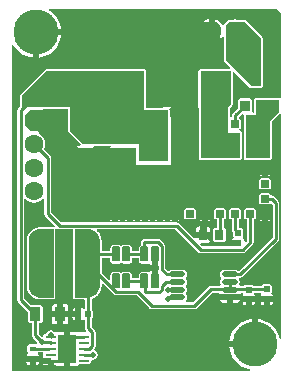
<source format=gtl>
G04 Layer_Physical_Order=1*
G04 Layer_Color=255*
%FSAX25Y25*%
%MOIN*%
G70*
G01*
G75*
%ADD10R,0.02047X0.01968*%
%ADD11R,0.02165X0.01772*%
%ADD12R,0.04724X0.03543*%
%ADD13R,0.03740X0.10236*%
%ADD14R,0.03740X0.09842*%
%ADD15R,0.03200X0.03600*%
%ADD16R,0.02756X0.03543*%
%ADD17R,0.03543X0.00984*%
%ADD18R,0.05866X0.09449*%
G04:AMPARAMS|DCode=19|XSize=25mil|YSize=50mil|CornerRadius=3.13mil|HoleSize=0mil|Usage=FLASHONLY|Rotation=180.000|XOffset=0mil|YOffset=0mil|HoleType=Round|Shape=RoundedRectangle|*
%AMROUNDEDRECTD19*
21,1,0.02500,0.04375,0,0,180.0*
21,1,0.01875,0.05000,0,0,180.0*
1,1,0.00625,-0.00937,0.02187*
1,1,0.00625,0.00937,0.02187*
1,1,0.00625,0.00937,-0.02187*
1,1,0.00625,-0.00937,-0.02187*
%
%ADD19ROUNDEDRECTD19*%
%ADD20R,0.02500X0.02500*%
%ADD21O,0.05315X0.01772*%
%ADD22R,0.03543X0.04724*%
%ADD23R,0.01968X0.02047*%
G04:AMPARAMS|DCode=24|XSize=82.68mil|YSize=228.35mil|CornerRadius=41.34mil|HoleSize=0mil|Usage=FLASHONLY|Rotation=0.000|XOffset=0mil|YOffset=0mil|HoleType=Round|Shape=RoundedRectangle|*
%AMROUNDEDRECTD24*
21,1,0.08268,0.14567,0,0,0.0*
21,1,0.00000,0.22835,0,0,0.0*
1,1,0.08268,0.00000,-0.07283*
1,1,0.08268,0.00000,-0.07283*
1,1,0.08268,0.00000,0.07283*
1,1,0.08268,0.00000,0.07283*
%
%ADD24ROUNDEDRECTD24*%
%ADD25C,0.01000*%
%ADD26C,0.06300*%
%ADD27C,0.15000*%
%ADD28C,0.02000*%
G36*
X0419878Y0376535D02*
Y0348193D01*
X0419378Y0347993D01*
X0419000Y0348149D01*
X0411500D01*
X0411041Y0347959D01*
X0410851Y0347500D01*
Y0343149D01*
X0410296D01*
X0409962Y0343649D01*
X0410009Y0343763D01*
Y0347363D01*
X0409819Y0347822D01*
X0409360Y0348012D01*
X0406160D01*
X0405701Y0347822D01*
X0405510Y0347363D01*
Y0344900D01*
X0403707Y0343096D01*
X0403464Y0342732D01*
X0403378Y0342303D01*
X0403378Y0342303D01*
Y0341806D01*
X0403145Y0341681D01*
X0402649Y0341983D01*
Y0344731D01*
X0403459Y0345541D01*
X0403649Y0346000D01*
Y0356725D01*
X0404149Y0356932D01*
X0409541Y0351541D01*
X0410000Y0351351D01*
X0413000D01*
X0413459Y0351541D01*
X0413488Y0351611D01*
X0413559Y0351641D01*
X0413749Y0352100D01*
Y0355700D01*
X0413649Y0355941D01*
Y0368000D01*
X0413459Y0368459D01*
X0407959Y0373959D01*
X0407500Y0374149D01*
X0405489D01*
X0405479Y0374153D01*
X0404500Y0374282D01*
X0403521Y0374153D01*
X0403511Y0374149D01*
X0402500D01*
X0402041Y0373959D01*
X0401041Y0372959D01*
X0400851Y0372500D01*
Y0372452D01*
X0400351Y0372353D01*
X0400251Y0372593D01*
X0399586Y0373460D01*
X0398719Y0374125D01*
X0397709Y0374543D01*
X0397626Y0374554D01*
Y0373500D01*
X0398500D01*
X0399500Y0372500D01*
X0399500Y0367474D01*
X0399586Y0367540D01*
X0400251Y0368407D01*
X0400351Y0368647D01*
X0400851Y0368548D01*
Y0360500D01*
X0401041Y0360041D01*
X0402932Y0358149D01*
X0402725Y0357649D01*
X0393000D01*
X0392541Y0357459D01*
X0392471Y0357290D01*
X0392318Y0356996D01*
X0392000Y0356958D01*
X0392000Y0344941D01*
X0392351Y0344649D01*
Y0328000D01*
X0392541Y0327541D01*
X0393000Y0327351D01*
X0406000D01*
X0406459Y0327541D01*
X0406649Y0328000D01*
Y0336500D01*
X0406459Y0336959D01*
X0406000Y0337149D01*
X0405968D01*
X0405868Y0337649D01*
X0406209Y0337791D01*
X0406399Y0338250D01*
Y0340750D01*
X0406209Y0341209D01*
X0405759Y0341396D01*
X0405740Y0341473D01*
X0405682Y0341899D01*
X0406643Y0342860D01*
X0406963Y0342832D01*
X0407351Y0342500D01*
Y0328000D01*
X0407541Y0327541D01*
X0408000Y0327351D01*
X0416000D01*
X0416459Y0327541D01*
X0416649Y0328000D01*
Y0340231D01*
X0419378Y0342960D01*
X0419760Y0342873D01*
X0419878Y0342807D01*
Y0267676D01*
X0419378Y0267652D01*
X0419377Y0267666D01*
X0418891Y0269269D01*
X0418102Y0270745D01*
X0417039Y0272040D01*
X0415745Y0273102D01*
X0414268Y0273891D01*
X0412666Y0274377D01*
X0412000Y0274443D01*
Y0266000D01*
X0411000D01*
Y0265000D01*
X0402557D01*
X0402623Y0264334D01*
X0403109Y0262731D01*
X0403898Y0261255D01*
X0404960Y0259961D01*
X0406255Y0258898D01*
X0407731Y0258109D01*
X0409334Y0257623D01*
X0409348Y0257622D01*
X0409324Y0257121D01*
X0330465D01*
X0330121Y0257465D01*
Y0365679D01*
X0330607Y0365801D01*
X0330898Y0365255D01*
X0331961Y0363961D01*
X0333255Y0362898D01*
X0334731Y0362109D01*
X0336334Y0361623D01*
X0337000Y0361557D01*
Y0370000D01*
X0338000D01*
Y0371000D01*
X0346443D01*
X0346377Y0371666D01*
X0345891Y0373269D01*
X0345102Y0374745D01*
X0344040Y0376040D01*
X0342745Y0377102D01*
X0342199Y0377393D01*
X0342321Y0377878D01*
X0418535D01*
X0419878Y0376535D01*
D02*
G37*
G36*
X0419000Y0343500D02*
X0416000Y0340500D01*
Y0328000D01*
X0408000D01*
Y0342500D01*
X0411500D01*
Y0347500D01*
X0419000D01*
Y0343500D01*
D02*
G37*
G36*
X0403000Y0346000D02*
X0402000Y0345000D01*
Y0336500D01*
X0406000D01*
Y0328000D01*
X0393000D01*
Y0357000D01*
X0403000D01*
Y0346000D01*
D02*
G37*
G36*
X0413000Y0368000D02*
Y0352000D01*
X0410000D01*
X0401500Y0360500D01*
Y0372500D01*
X0402500Y0373500D01*
X0407500D01*
X0413000Y0368000D01*
D02*
G37*
%LPC*%
G36*
X0417040Y0280114D02*
X0416000D01*
Y0279110D01*
X0416024D01*
X0416414Y0279188D01*
X0416745Y0279409D01*
X0416966Y0279740D01*
X0417040Y0280114D01*
D02*
G37*
G36*
X0401760Y0280661D02*
X0399388D01*
X0399628Y0280302D01*
X0400252Y0279885D01*
X0400988Y0279739D01*
X0401760D01*
Y0280661D01*
D02*
G37*
G36*
X0414000Y0280114D02*
X0412960D01*
X0413034Y0279740D01*
X0413255Y0279409D01*
X0413586Y0279188D01*
X0413976Y0279110D01*
X0414000D01*
Y0280114D01*
D02*
G37*
G36*
X0411040Y0280000D02*
X0410000D01*
Y0278996D01*
X0410024D01*
X0410414Y0279074D01*
X0410745Y0279295D01*
X0410966Y0279626D01*
X0411040Y0280000D01*
D02*
G37*
G36*
X0408000D02*
X0406960D01*
X0407034Y0279626D01*
X0407255Y0279295D01*
X0407586Y0279074D01*
X0407976Y0278996D01*
X0408000D01*
Y0280000D01*
D02*
G37*
G36*
X0395122Y0305291D02*
X0394744D01*
Y0303500D01*
X0396142D01*
Y0304272D01*
X0396064Y0304662D01*
X0395843Y0304993D01*
X0395512Y0305214D01*
X0395122Y0305291D01*
D02*
G37*
G36*
X0362573Y0307500D02*
X0362860Y0307308D01*
X0363250Y0307230D01*
X0363500D01*
Y0307500D01*
X0362573D01*
D02*
G37*
G36*
X0392744Y0305291D02*
X0392366D01*
X0391976Y0305214D01*
X0391645Y0304993D01*
X0391424Y0304662D01*
X0391347Y0304272D01*
Y0303500D01*
X0392744D01*
Y0305291D01*
D02*
G37*
G36*
X0406131Y0280661D02*
X0403760D01*
Y0279739D01*
X0404531D01*
X0405267Y0279885D01*
X0405891Y0280302D01*
X0406131Y0280661D01*
D02*
G37*
G36*
X0400750Y0311399D02*
X0398250D01*
X0397791Y0311209D01*
X0397601Y0310750D01*
Y0308250D01*
X0397791Y0307791D01*
X0398250Y0307601D01*
X0398378D01*
Y0304921D01*
X0397878D01*
X0397419Y0304731D01*
X0397229Y0304272D01*
Y0300728D01*
X0397419Y0300269D01*
X0397878Y0300079D01*
X0400634D01*
X0401093Y0300269D01*
X0401283Y0300728D01*
Y0304272D01*
X0401093Y0304731D01*
X0400634Y0304921D01*
X0400622D01*
Y0307601D01*
X0400750D01*
X0401209Y0307791D01*
X0401399Y0308250D01*
Y0310750D01*
X0401209Y0311209D01*
X0400750Y0311399D01*
D02*
G37*
G36*
X0410000Y0274443D02*
X0409334Y0274377D01*
X0407731Y0273891D01*
X0406255Y0273102D01*
X0404960Y0272040D01*
X0403898Y0270745D01*
X0403109Y0269269D01*
X0402623Y0267666D01*
X0402557Y0267000D01*
X0410000D01*
Y0274443D01*
D02*
G37*
G36*
X0345134Y0275000D02*
X0343343D01*
Y0273638D01*
X0343420Y0273248D01*
X0343641Y0272917D01*
X0343972Y0272696D01*
X0344362Y0272618D01*
X0345134D01*
Y0275000D01*
D02*
G37*
G36*
X0339072Y0260000D02*
X0337992D01*
Y0259095D01*
X0338075D01*
X0338465Y0259172D01*
X0338796Y0259393D01*
X0339017Y0259724D01*
X0339072Y0260000D01*
D02*
G37*
G36*
X0342008Y0259563D02*
X0340373D01*
X0340515Y0259350D01*
X0340846Y0259129D01*
X0341236Y0259051D01*
X0342008D01*
Y0259563D01*
D02*
G37*
G36*
X0335992Y0260000D02*
X0334913D01*
X0334967Y0259724D01*
X0335189Y0259393D01*
X0335519Y0259172D01*
X0335910Y0259095D01*
X0335992D01*
Y0260000D01*
D02*
G37*
G36*
X0351272Y0278040D02*
X0350897Y0277966D01*
X0350566Y0277745D01*
X0350345Y0277414D01*
X0350268Y0277024D01*
Y0277000D01*
X0351272D01*
Y0278040D01*
D02*
G37*
G36*
X0347905Y0279382D02*
X0347134D01*
Y0277000D01*
X0348925D01*
Y0278362D01*
X0348847Y0278752D01*
X0348626Y0279083D01*
X0348296Y0279304D01*
X0347905Y0279382D01*
D02*
G37*
G36*
X0345134D02*
X0344362D01*
X0343972Y0279304D01*
X0343641Y0279083D01*
X0343420Y0278752D01*
X0343343Y0278362D01*
Y0277000D01*
X0345134D01*
Y0279382D01*
D02*
G37*
G36*
X0348925Y0275000D02*
X0347134D01*
Y0272618D01*
X0347905D01*
X0348296Y0272696D01*
X0348626Y0272917D01*
X0348847Y0273248D01*
X0348925Y0273638D01*
Y0275000D01*
D02*
G37*
G36*
X0351272D02*
X0350268D01*
Y0274976D01*
X0350345Y0274586D01*
X0350566Y0274255D01*
X0350897Y0274034D01*
X0351272Y0273960D01*
Y0275000D01*
D02*
G37*
G36*
X0365500Y0307500D02*
Y0307230D01*
X0365750D01*
X0366140Y0307308D01*
X0366427Y0307500D01*
X0365500D01*
D02*
G37*
G36*
X0416428Y0307500D02*
X0415500D01*
Y0307230D01*
X0415750D01*
X0416140Y0307308D01*
X0416428Y0307500D01*
D02*
G37*
G36*
X0390750Y0311399D02*
X0388250D01*
X0387791Y0311209D01*
X0387601Y0310750D01*
Y0308250D01*
X0387791Y0307791D01*
X0388250Y0307601D01*
X0390750D01*
X0391209Y0307791D01*
X0391399Y0308250D01*
Y0310750D01*
X0391209Y0311209D01*
X0390750Y0311399D01*
D02*
G37*
G36*
X0413500Y0307500D02*
X0412572D01*
X0412860Y0307308D01*
X0413250Y0307230D01*
X0413500D01*
Y0307500D01*
D02*
G37*
G36*
X0393500Y0307500D02*
X0392572D01*
X0392860Y0307308D01*
X0393250Y0307230D01*
X0393500D01*
Y0307500D01*
D02*
G37*
G36*
X0396427Y0307500D02*
X0395500D01*
Y0307230D01*
X0395750D01*
X0396140Y0307308D01*
X0396427Y0307500D01*
D02*
G37*
G36*
X0415750Y0321399D02*
X0413250D01*
X0412791Y0321209D01*
X0412601Y0320750D01*
Y0318250D01*
X0412791Y0317791D01*
X0413250Y0317601D01*
X0415750D01*
X0416209Y0317791D01*
X0416399Y0318250D01*
Y0320750D01*
X0416209Y0321209D01*
X0415750Y0321399D01*
D02*
G37*
G36*
X0346443Y0369000D02*
X0339000D01*
Y0361557D01*
X0339666Y0361623D01*
X0341269Y0362109D01*
X0342745Y0362898D01*
X0344040Y0363961D01*
X0345102Y0365255D01*
X0345891Y0366731D01*
X0346377Y0368334D01*
X0346443Y0369000D01*
D02*
G37*
G36*
X0395626Y0374554D02*
X0395543Y0374543D01*
X0394533Y0374125D01*
X0393719Y0373500D01*
X0395626D01*
Y0374554D01*
D02*
G37*
G36*
X0341500Y0357649D02*
X0341041Y0357459D01*
X0333041Y0349459D01*
X0332851Y0349000D01*
Y0345437D01*
X0332207Y0344793D01*
X0331964Y0344429D01*
X0331878Y0344000D01*
X0331878Y0344000D01*
Y0280866D01*
X0331878Y0280866D01*
X0331964Y0280437D01*
X0332207Y0280073D01*
X0335445Y0276835D01*
Y0273638D01*
X0335635Y0273179D01*
X0336094Y0272988D01*
X0336744D01*
Y0269052D01*
X0336744Y0269052D01*
X0336830Y0268623D01*
X0337073Y0268259D01*
X0338538Y0266795D01*
X0338538Y0266378D01*
X0338105Y0266066D01*
X0338075Y0266079D01*
X0335910D01*
X0335450Y0265888D01*
X0335260Y0265429D01*
Y0263658D01*
X0335405Y0263307D01*
X0335441Y0263158D01*
X0335335Y0262705D01*
X0335189Y0262607D01*
X0334967Y0262276D01*
X0334913Y0262000D01*
X0336992D01*
X0339072D01*
X0339017Y0262276D01*
X0338796Y0262607D01*
X0338745Y0263157D01*
X0338923Y0263422D01*
X0340321D01*
X0340587Y0263024D01*
Y0262039D01*
X0340657Y0261871D01*
X0340515Y0261776D01*
X0340373Y0261563D01*
X0340818D01*
X0341236Y0261390D01*
X0343008D01*
Y0260563D01*
X0344008D01*
Y0259051D01*
X0344779D01*
X0344840Y0259063D01*
X0344846Y0259055D01*
X0345177Y0258834D01*
X0345567Y0258756D01*
X0347500D01*
Y0264500D01*
Y0270244D01*
X0345567D01*
X0345177Y0270166D01*
X0344879Y0269968D01*
X0344829Y0269946D01*
X0344269Y0269981D01*
X0344153Y0270153D01*
X0343624Y0270507D01*
X0343000Y0270631D01*
X0342376Y0270507D01*
X0341846Y0270153D01*
X0341493Y0269624D01*
X0341484Y0269579D01*
X0341236D01*
X0340777Y0269388D01*
X0340587Y0268929D01*
Y0268625D01*
X0340087Y0268418D01*
X0338988Y0269517D01*
Y0272988D01*
X0339638D01*
X0340097Y0273179D01*
X0340287Y0273638D01*
Y0278362D01*
X0340097Y0278821D01*
X0339638Y0279012D01*
X0336440D01*
X0334121Y0281331D01*
Y0314373D01*
X0334622Y0314543D01*
X0334825Y0314278D01*
X0335609Y0313676D01*
X0336521Y0313299D01*
X0337500Y0313170D01*
X0338479Y0313299D01*
X0339391Y0313676D01*
X0340175Y0314278D01*
X0340378Y0314543D01*
X0340879Y0314373D01*
Y0309500D01*
X0340878Y0309500D01*
X0340964Y0309071D01*
X0341207Y0308707D01*
X0344553Y0305361D01*
X0344548Y0305352D01*
X0344548D01*
X0344270Y0304937D01*
X0343957Y0305067D01*
X0339626Y0305067D01*
X0339626Y0305066D01*
X0339238D01*
X0339177Y0305041D01*
X0339111Y0305054D01*
X0338351Y0304903D01*
X0338296Y0304866D01*
X0338229D01*
X0337513Y0304569D01*
X0337466Y0304522D01*
X0337400Y0304509D01*
X0336755Y0304078D01*
X0336719Y0304023D01*
X0336657Y0303997D01*
X0336109Y0303449D01*
X0336083Y0303388D01*
X0336028Y0303351D01*
X0335597Y0302706D01*
X0335584Y0302641D01*
X0335537Y0302594D01*
X0335240Y0301877D01*
Y0301811D01*
X0335204Y0301755D01*
X0335052Y0300995D01*
X0335065Y0300930D01*
X0335040Y0300868D01*
X0335040Y0300481D01*
X0335040Y0285520D01*
X0335040Y0285520D01*
X0335040Y0285520D01*
X0335040Y0285132D01*
X0335065Y0285070D01*
X0335052Y0285005D01*
X0335203Y0284244D01*
X0335240Y0284189D01*
Y0284123D01*
X0335537Y0283406D01*
X0335584Y0283359D01*
X0335597Y0283294D01*
X0336028Y0282649D01*
X0336083Y0282612D01*
X0336109Y0282551D01*
X0336657Y0282002D01*
X0336719Y0281977D01*
X0336756Y0281922D01*
X0337401Y0281491D01*
X0337466Y0281478D01*
X0337513Y0281431D01*
X0338229Y0281134D01*
X0338296D01*
X0338351Y0281097D01*
X0339112Y0280946D01*
X0339177Y0280959D01*
X0339238Y0280933D01*
X0339626Y0280933D01*
X0343957Y0280933D01*
X0343957Y0280933D01*
X0343957Y0280933D01*
X0344193Y0281031D01*
X0344413Y0281122D01*
X0344416Y0281123D01*
X0344606Y0281583D01*
X0344606Y0281583D01*
Y0304417D01*
X0344590Y0304456D01*
X0344978Y0304825D01*
X0345189Y0304724D01*
X0345553Y0304481D01*
X0345983Y0304396D01*
X0345983Y0304396D01*
X0350394D01*
Y0281582D01*
X0350473Y0281392D01*
X0350583Y0281126D01*
X0350584Y0281123D01*
X0351043Y0280933D01*
X0351043Y0280933D01*
X0354025Y0280933D01*
X0354379Y0280579D01*
Y0278032D01*
X0354231Y0277926D01*
X0353878Y0277810D01*
X0353646Y0277966D01*
X0353272Y0278040D01*
Y0276000D01*
Y0273960D01*
X0353646Y0274034D01*
X0353878Y0274190D01*
X0354231Y0274074D01*
X0354379Y0273968D01*
Y0271393D01*
X0354378Y0271393D01*
X0354464Y0270964D01*
X0354707Y0270600D01*
X0354896Y0270411D01*
X0354705Y0269949D01*
X0352221D01*
X0352160Y0269937D01*
X0352154Y0269945D01*
X0351823Y0270166D01*
X0351433Y0270244D01*
X0349500D01*
Y0264500D01*
Y0258756D01*
X0351433D01*
X0351823Y0258834D01*
X0352154Y0259055D01*
X0352375Y0259385D01*
X0352382Y0259421D01*
X0355764D01*
X0356223Y0259612D01*
X0356413Y0260071D01*
Y0260591D01*
X0356800Y0260909D01*
X0357000Y0260869D01*
X0357624Y0260993D01*
X0358154Y0261347D01*
X0358507Y0261876D01*
X0358631Y0262500D01*
X0358507Y0263124D01*
X0358154Y0263653D01*
X0357636Y0264000D01*
X0357562Y0264053D01*
X0357473Y0264544D01*
X0357657Y0264728D01*
X0357657Y0264728D01*
X0357900Y0265092D01*
X0357985Y0265521D01*
X0357985Y0265521D01*
Y0270029D01*
X0357985Y0270029D01*
X0357900Y0270458D01*
X0357657Y0270822D01*
X0356622Y0271858D01*
Y0274384D01*
X0356943Y0274517D01*
X0357134Y0274976D01*
Y0277024D01*
X0356943Y0277483D01*
X0356622Y0277616D01*
Y0281091D01*
X0356649Y0281097D01*
X0356704Y0281134D01*
X0356771D01*
X0357487Y0281431D01*
X0357535Y0281478D01*
X0357600Y0281491D01*
X0358244Y0281922D01*
X0358281Y0281977D01*
X0358343Y0282002D01*
X0358891Y0282551D01*
X0358917Y0282612D01*
X0358972Y0282649D01*
X0359403Y0283294D01*
X0359416Y0283359D01*
X0359463Y0283406D01*
X0359760Y0284123D01*
Y0284189D01*
X0359797Y0284245D01*
X0359948Y0285005D01*
X0359935Y0285071D01*
X0359961Y0285132D01*
X0359961Y0285520D01*
X0359961Y0285520D01*
Y0285977D01*
X0360422Y0286169D01*
X0363984Y0282607D01*
X0363984Y0282607D01*
X0364348Y0282364D01*
X0364777Y0282278D01*
X0371741D01*
X0375913Y0278107D01*
X0375913Y0278107D01*
X0376276Y0277864D01*
X0376706Y0277778D01*
X0376706Y0277779D01*
X0390900D01*
X0390900Y0277778D01*
X0391329Y0277864D01*
X0391693Y0278107D01*
X0396807Y0283221D01*
X0399161D01*
X0399428Y0282721D01*
X0399388Y0282661D01*
X0402760D01*
Y0281661D01*
D01*
Y0282661D01*
X0406131D01*
X0406091Y0282721D01*
X0406359Y0283221D01*
X0407127D01*
X0407279Y0282721D01*
X0407255Y0282705D01*
X0407034Y0282374D01*
X0406960Y0282000D01*
X0409000D01*
X0411040D01*
X0410966Y0282374D01*
X0410745Y0282705D01*
X0410721Y0282721D01*
X0410873Y0283221D01*
X0412968D01*
X0413073Y0283074D01*
X0413190Y0282721D01*
X0413034Y0282489D01*
X0412960Y0282114D01*
X0415000D01*
X0417040D01*
X0416966Y0282489D01*
X0416745Y0282819D01*
X0416514Y0282974D01*
X0416673Y0283358D01*
Y0285327D01*
X0416483Y0285786D01*
X0416024Y0285976D01*
X0413976D01*
X0413517Y0285786D01*
X0413384Y0285464D01*
X0410569D01*
X0410483Y0285672D01*
X0410024Y0285862D01*
X0407976D01*
X0407517Y0285672D01*
X0407431Y0285464D01*
X0406041D01*
X0405774Y0285964D01*
X0405931Y0286200D01*
X0406046Y0286780D01*
X0405931Y0287359D01*
X0405692Y0287717D01*
X0405863Y0288157D01*
X0405913Y0288217D01*
X0406260D01*
X0406260Y0288217D01*
X0406689Y0288302D01*
X0407053Y0288545D01*
X0418893Y0300386D01*
X0418893Y0300386D01*
X0419136Y0300750D01*
X0419222Y0301179D01*
X0419222Y0301179D01*
Y0313100D01*
X0419222Y0313100D01*
X0419136Y0313529D01*
X0418893Y0313893D01*
X0418893Y0313893D01*
X0417493Y0315293D01*
X0417129Y0315536D01*
X0416700Y0315622D01*
X0416399Y0315750D01*
X0416209Y0316209D01*
X0415750Y0316399D01*
X0413250D01*
X0412791Y0316209D01*
X0412601Y0315750D01*
Y0313250D01*
X0412778Y0312822D01*
X0412822Y0312778D01*
X0413250Y0312601D01*
X0415750D01*
X0416209Y0312791D01*
X0416679Y0312795D01*
X0416978Y0312532D01*
Y0312000D01*
X0417000D01*
Y0307500D01*
X0416611D01*
X0416978Y0307389D01*
Y0301643D01*
X0405795Y0290460D01*
X0405527D01*
X0405111Y0290738D01*
X0404531Y0290854D01*
X0400988D01*
X0400408Y0290738D01*
X0399917Y0290410D01*
X0399588Y0289918D01*
X0399473Y0289339D01*
X0399588Y0288759D01*
X0399832Y0288395D01*
X0399884Y0288059D01*
X0399832Y0287723D01*
X0399588Y0287359D01*
X0399473Y0286780D01*
X0399588Y0286200D01*
X0399746Y0285964D01*
X0399479Y0285464D01*
X0396343D01*
X0396343Y0285464D01*
X0395913Y0285379D01*
X0395550Y0285136D01*
X0395550Y0285136D01*
X0390435Y0280022D01*
X0388132D01*
X0387980Y0280521D01*
X0388083Y0280590D01*
X0388411Y0281082D01*
X0388527Y0281661D01*
X0388411Y0282241D01*
X0388083Y0282733D01*
Y0283149D01*
X0388411Y0283641D01*
X0388527Y0284221D01*
X0388411Y0284800D01*
X0388168Y0285164D01*
X0388116Y0285500D01*
X0388168Y0285836D01*
X0388411Y0286200D01*
X0388527Y0286780D01*
X0388411Y0287359D01*
X0388168Y0287723D01*
X0388116Y0288059D01*
X0388168Y0288395D01*
X0388411Y0288759D01*
X0388527Y0289339D01*
X0388411Y0289918D01*
X0388083Y0290410D01*
X0387592Y0290738D01*
X0387012Y0290854D01*
X0383469D01*
X0382889Y0290738D01*
X0382473Y0290460D01*
X0382126D01*
X0381224Y0291363D01*
Y0298773D01*
X0381224Y0298773D01*
X0381138Y0299202D01*
X0380895Y0299566D01*
X0380895Y0299566D01*
X0379668Y0300793D01*
X0379304Y0301036D01*
X0378875Y0301122D01*
X0378874Y0301121D01*
X0374248D01*
X0373819Y0301036D01*
X0373455Y0300793D01*
X0373212Y0300429D01*
X0373127Y0300000D01*
Y0299081D01*
X0372955Y0299047D01*
X0372653Y0298845D01*
X0372451Y0298544D01*
X0372380Y0298187D01*
Y0297122D01*
X0370120D01*
Y0298187D01*
X0370049Y0298544D01*
X0369847Y0298845D01*
X0369546Y0299047D01*
X0369190Y0299118D01*
X0367315D01*
X0366958Y0299047D01*
X0366856Y0298978D01*
X0366500Y0298886D01*
X0366144Y0298978D01*
X0366041Y0299047D01*
X0365686Y0299118D01*
X0363810D01*
X0363454Y0299047D01*
X0363153Y0298845D01*
X0362951Y0298544D01*
X0362880Y0298187D01*
Y0297122D01*
X0359961D01*
X0359961Y0300868D01*
X0359935Y0300929D01*
X0359948Y0300994D01*
X0359797Y0301755D01*
X0359760Y0301810D01*
X0359760Y0301877D01*
X0359463Y0302593D01*
X0359416Y0302640D01*
X0359403Y0302706D01*
X0358972Y0303350D01*
X0358917Y0303387D01*
X0358892Y0303449D01*
X0358445Y0303896D01*
X0358580Y0304367D01*
X0358590Y0304384D01*
X0358601Y0304396D01*
X0384518D01*
X0392207Y0296707D01*
X0392207Y0296707D01*
X0392571Y0296464D01*
X0393000Y0296378D01*
X0393000Y0296378D01*
X0407000D01*
X0407000Y0296378D01*
X0407429Y0296464D01*
X0407793Y0296707D01*
X0410293Y0299207D01*
X0410293Y0299207D01*
X0410536Y0299571D01*
X0410622Y0300000D01*
Y0307601D01*
X0410750D01*
X0411209Y0307791D01*
X0411399Y0308250D01*
Y0310750D01*
X0411222Y0311178D01*
X0411178Y0311222D01*
X0410750Y0311399D01*
X0408250D01*
X0407791Y0311209D01*
X0407601Y0310750D01*
Y0308250D01*
X0407791Y0307791D01*
X0408250Y0307601D01*
X0408379D01*
Y0300465D01*
X0408005Y0300091D01*
X0407543Y0300283D01*
Y0300870D01*
X0407466Y0301260D01*
X0407245Y0301591D01*
X0407014Y0301745D01*
X0407173Y0302130D01*
Y0304099D01*
X0406983Y0304558D01*
X0406524Y0304748D01*
X0405621D01*
Y0307601D01*
X0405750D01*
X0406209Y0307791D01*
X0406399Y0308250D01*
Y0310750D01*
X0406209Y0311209D01*
X0405750Y0311399D01*
X0403250D01*
X0402791Y0311209D01*
X0402601Y0310750D01*
Y0308250D01*
X0402791Y0307791D01*
X0403250Y0307601D01*
X0403378D01*
Y0304114D01*
X0403378Y0304114D01*
X0403464Y0303685D01*
X0403707Y0303321D01*
X0403827Y0303201D01*
Y0302130D01*
X0403986Y0301745D01*
X0403755Y0301591D01*
X0403534Y0301260D01*
X0403460Y0300886D01*
X0405500D01*
Y0298886D01*
X0403444D01*
X0403227Y0298622D01*
X0393465D01*
X0392839Y0299247D01*
X0393031Y0299709D01*
X0395122D01*
X0395512Y0299786D01*
X0395843Y0300007D01*
X0396064Y0300338D01*
X0396142Y0300728D01*
Y0301500D01*
X0391347D01*
Y0301393D01*
X0390884Y0301202D01*
X0385776Y0306311D01*
X0385412Y0306554D01*
X0384982Y0306639D01*
X0384982Y0306639D01*
X0346447D01*
X0343122Y0309965D01*
Y0328252D01*
X0343122Y0328252D01*
X0343036Y0328681D01*
X0342793Y0329045D01*
X0342793Y0329045D01*
X0340835Y0331003D01*
X0341154Y0331773D01*
X0341282Y0332752D01*
X0341154Y0333731D01*
X0340776Y0334643D01*
X0340175Y0335426D01*
X0339391Y0336028D01*
X0338970Y0336202D01*
Y0336730D01*
X0338500Y0337200D01*
X0336300D01*
X0334400Y0339100D01*
Y0342200D01*
X0336200Y0344000D01*
X0340165D01*
X0340284Y0344351D01*
X0348851D01*
Y0337100D01*
X0349041Y0336641D01*
X0353024Y0332657D01*
X0352817Y0332157D01*
X0351943D01*
X0352600Y0331500D01*
X0357310Y0331500D01*
X0357304Y0331528D01*
X0357155Y0331750D01*
X0357286Y0332130D01*
X0357377Y0332251D01*
X0363105Y0332250D01*
X0363154Y0331750D01*
X0362860Y0331692D01*
X0362573Y0331500D01*
X0371500Y0331500D01*
X0371500Y0325800D01*
X0383000D01*
Y0341856D01*
X0382649Y0342107D01*
Y0344000D01*
X0382499Y0344362D01*
X0382709Y0344862D01*
X0383000D01*
Y0345000D01*
X0380393D01*
X0380286Y0344649D01*
X0374849Y0344649D01*
Y0357000D01*
X0374659Y0357459D01*
X0374200Y0357649D01*
X0341500Y0357649D01*
D02*
G37*
G36*
X0413500Y0322500D02*
X0412572D01*
X0412860Y0322308D01*
X0413250Y0322230D01*
X0413500D01*
Y0322500D01*
D02*
G37*
G36*
X0416428D02*
X0415500D01*
Y0322230D01*
X0415750D01*
X0416140Y0322308D01*
X0416428Y0322500D01*
D02*
G37*
G36*
X0370500Y0307500D02*
Y0307230D01*
X0370750D01*
X0371140Y0307308D01*
X0371427Y0307500D01*
X0370500D01*
D02*
G37*
G36*
X0367572D02*
X0367860Y0307308D01*
X0368250Y0307230D01*
X0368500D01*
Y0307500D01*
X0367572D01*
D02*
G37*
G36*
X0372572D02*
X0372860Y0307308D01*
X0373250Y0307230D01*
X0373500D01*
Y0307500D01*
X0372572D01*
D02*
G37*
G36*
X0375500Y0307500D02*
Y0307230D01*
X0375750D01*
X0376140Y0307308D01*
X0376428Y0307500D01*
X0375500D01*
D02*
G37*
G36*
X0385500Y0307500D02*
Y0307230D01*
X0385750D01*
X0386140Y0307308D01*
X0386427Y0307500D01*
X0385500D01*
D02*
G37*
G36*
X0382573Y0307500D02*
X0382860Y0307308D01*
X0383250Y0307230D01*
X0383500D01*
Y0307500D01*
X0382573Y0307500D01*
D02*
G37*
G36*
X0377572D02*
X0377860Y0307308D01*
X0378250Y0307230D01*
X0378500D01*
Y0307500D01*
X0377572D01*
D02*
G37*
G36*
X0380500D02*
Y0307230D01*
X0380750D01*
X0381140Y0307308D01*
X0381428Y0307500D01*
X0380500D01*
D02*
G37*
%LPD*%
G36*
X0374200Y0357000D02*
Y0344000D01*
X0382000Y0344000D01*
X0382000Y0327000D01*
X0372500Y0327000D01*
X0372500Y0332900D01*
X0353700Y0332900D01*
X0349500Y0337100D01*
Y0345000D01*
X0333500D01*
Y0349000D01*
X0341500Y0357000D01*
X0374200Y0357000D01*
D02*
G37*
G36*
X0355375Y0304417D02*
X0355762Y0304417D01*
X0356523Y0304266D01*
X0357239Y0303969D01*
X0357884Y0303538D01*
X0358432Y0302990D01*
X0358863Y0302345D01*
X0359160Y0301628D01*
X0359311Y0300868D01*
Y0300480D01*
X0359311Y0285520D01*
X0359311Y0285520D01*
X0359311Y0285132D01*
X0359160Y0284371D01*
X0358863Y0283655D01*
X0358432Y0283010D01*
X0357884Y0282462D01*
X0357239Y0282031D01*
X0356522Y0281734D01*
X0355762Y0281583D01*
X0355374Y0281583D01*
X0351043Y0281582D01*
Y0304417D01*
X0355374Y0304417D01*
X0355375Y0304417D01*
D02*
G37*
G36*
X0343957Y0281583D02*
X0339626Y0281583D01*
X0339238Y0281583D01*
X0338478Y0281734D01*
X0337761Y0282031D01*
X0337117Y0282462D01*
X0336568Y0283010D01*
X0336137Y0283655D01*
X0335840Y0284371D01*
X0335689Y0285132D01*
X0335689Y0285520D01*
X0335689Y0285520D01*
X0335689Y0300481D01*
X0335689Y0300868D01*
X0335840Y0301629D01*
X0336137Y0302345D01*
X0336568Y0302990D01*
X0337116Y0303538D01*
X0337761Y0303969D01*
X0338477Y0304266D01*
X0339238Y0304417D01*
X0339626D01*
X0339626Y0304417D01*
X0343957Y0304417D01*
Y0281583D01*
D02*
G37*
G36*
X0378752Y0292423D02*
X0378980Y0292235D01*
Y0290978D01*
X0378867Y0290801D01*
X0378752Y0290703D01*
Y0287000D01*
X0376752D01*
Y0290513D01*
X0376302Y0290424D01*
X0375868Y0290134D01*
X0375851Y0290109D01*
X0375541Y0290047D01*
X0375185Y0290118D01*
X0373310D01*
X0372955Y0290047D01*
X0372653Y0289845D01*
X0372451Y0289544D01*
X0372380Y0289188D01*
Y0288122D01*
X0370120D01*
Y0289188D01*
X0370049Y0289544D01*
X0369847Y0289845D01*
X0369546Y0290047D01*
X0369190Y0290118D01*
X0367315D01*
X0366958Y0290047D01*
X0366856Y0289979D01*
X0366500Y0289886D01*
X0366144Y0289979D01*
X0366041Y0290047D01*
X0365686Y0290118D01*
X0363810D01*
X0363455Y0290047D01*
X0363153Y0289845D01*
X0362951Y0289544D01*
X0362880Y0289188D01*
Y0287537D01*
X0362418Y0287345D01*
X0359961Y0289803D01*
X0359961Y0294879D01*
X0362880D01*
Y0293812D01*
X0362951Y0293457D01*
X0363153Y0293155D01*
X0363454Y0292953D01*
X0363810Y0292882D01*
X0365686D01*
X0366041Y0292953D01*
X0366144Y0293021D01*
X0366500Y0293114D01*
X0366856Y0293021D01*
X0366958Y0292953D01*
X0367315Y0292882D01*
X0369190D01*
X0369546Y0292953D01*
X0369847Y0293155D01*
X0370049Y0293457D01*
X0370120Y0293812D01*
Y0294879D01*
X0372380D01*
Y0293812D01*
X0372451Y0293457D01*
X0372653Y0293155D01*
X0372955Y0292953D01*
X0373310Y0292882D01*
X0375185D01*
X0375541Y0292953D01*
X0375851Y0292891D01*
X0375868Y0292866D01*
X0376302Y0292576D01*
X0376752Y0292487D01*
Y0296000D01*
X0378752D01*
Y0292423D01*
D02*
G37*
D10*
X0415000Y0284343D02*
D03*
Y0281114D02*
D03*
X0405500Y0303114D02*
D03*
Y0299886D02*
D03*
X0409000Y0281000D02*
D03*
Y0284228D02*
D03*
D11*
X0336992Y0261000D02*
D03*
Y0264543D02*
D03*
D12*
X0354000Y0337634D02*
D03*
Y0329366D02*
D03*
D13*
X0401012Y0351000D02*
D03*
X0383012D02*
D03*
D14*
X0389988D02*
D03*
X0371988D02*
D03*
D15*
X0407760Y0345563D02*
D03*
X0415300D02*
D03*
X0411500Y0353900D02*
D03*
D16*
X0399256Y0302500D02*
D03*
X0393744D02*
D03*
D17*
X0343008Y0268437D02*
D03*
Y0266469D02*
D03*
Y0264500D02*
D03*
Y0262532D02*
D03*
Y0260563D02*
D03*
X0353992Y0268437D02*
D03*
Y0266469D02*
D03*
Y0264500D02*
D03*
Y0262532D02*
D03*
Y0260563D02*
D03*
D18*
X0348500Y0264500D02*
D03*
D19*
X0368252Y0296000D02*
D03*
X0364748D02*
D03*
X0377752D02*
D03*
X0374248D02*
D03*
X0368252Y0287000D02*
D03*
X0364748D02*
D03*
X0377752D02*
D03*
X0374248D02*
D03*
D20*
X0414500Y0339500D02*
D03*
Y0334500D02*
D03*
Y0329500D02*
D03*
Y0324500D02*
D03*
Y0319500D02*
D03*
Y0314500D02*
D03*
Y0309500D02*
D03*
X0409500Y0339500D02*
D03*
Y0334500D02*
D03*
Y0329500D02*
D03*
Y0324500D02*
D03*
Y0319500D02*
D03*
Y0314500D02*
D03*
Y0309500D02*
D03*
X0404500Y0339500D02*
D03*
Y0334500D02*
D03*
Y0329500D02*
D03*
Y0324500D02*
D03*
Y0319500D02*
D03*
Y0314500D02*
D03*
Y0309500D02*
D03*
X0399500Y0339500D02*
D03*
Y0334500D02*
D03*
Y0329500D02*
D03*
Y0324500D02*
D03*
Y0319500D02*
D03*
Y0314500D02*
D03*
Y0309500D02*
D03*
X0394500Y0339500D02*
D03*
Y0334500D02*
D03*
Y0329500D02*
D03*
Y0324500D02*
D03*
Y0319500D02*
D03*
Y0314500D02*
D03*
Y0309500D02*
D03*
X0389500Y0339500D02*
D03*
Y0334500D02*
D03*
Y0329500D02*
D03*
Y0324500D02*
D03*
Y0319500D02*
D03*
Y0314500D02*
D03*
Y0309500D02*
D03*
X0384500Y0339500D02*
D03*
Y0334500D02*
D03*
Y0329500D02*
D03*
Y0324500D02*
D03*
Y0319500D02*
D03*
Y0314500D02*
D03*
Y0309500D02*
D03*
X0379500Y0339500D02*
D03*
Y0334500D02*
D03*
Y0329500D02*
D03*
Y0324500D02*
D03*
Y0319500D02*
D03*
Y0314500D02*
D03*
Y0309500D02*
D03*
X0374500Y0339500D02*
D03*
Y0334500D02*
D03*
Y0329500D02*
D03*
Y0324500D02*
D03*
Y0319500D02*
D03*
Y0314500D02*
D03*
Y0309500D02*
D03*
X0369500Y0339500D02*
D03*
Y0334500D02*
D03*
Y0329500D02*
D03*
Y0324500D02*
D03*
Y0319500D02*
D03*
Y0314500D02*
D03*
Y0309500D02*
D03*
X0364500Y0339500D02*
D03*
Y0334500D02*
D03*
Y0329500D02*
D03*
Y0324500D02*
D03*
Y0319500D02*
D03*
Y0314500D02*
D03*
Y0309500D02*
D03*
D21*
X0385240Y0289339D02*
D03*
Y0286780D02*
D03*
Y0284221D02*
D03*
Y0281661D02*
D03*
X0402760Y0289339D02*
D03*
Y0286780D02*
D03*
Y0284221D02*
D03*
Y0281661D02*
D03*
D22*
X0337866Y0276000D02*
D03*
X0346134D02*
D03*
D23*
X0355500D02*
D03*
X0352272D02*
D03*
D24*
X0339823Y0293000D02*
D03*
X0355177D02*
D03*
D25*
X0397422Y0299628D02*
X0405500D01*
X0342464Y0264543D02*
X0342508Y0264500D01*
X0402760Y0289339D02*
X0406260D01*
X0368252Y0287000D02*
X0374248D01*
X0358177Y0296000D02*
X0364748D01*
X0355177Y0293000D02*
X0358177Y0296000D01*
X0374248Y0287000D02*
X0374468Y0286780D01*
X0381509D02*
X0385240D01*
X0374468Y0283400D02*
X0379275D01*
X0374468D02*
Y0286780D01*
X0380102Y0290898D02*
X0381661Y0289339D01*
X0385240D01*
X0343000Y0268429D02*
X0343008Y0268437D01*
X0368252Y0296000D02*
X0374248D01*
X0377752Y0287000D02*
Y0296000D01*
X0380102Y0290898D02*
Y0298773D01*
X0378875Y0300000D02*
X0380102Y0298773D01*
X0374248Y0300000D02*
X0378875D01*
X0374248Y0296000D02*
Y0300000D01*
X0343000Y0268429D02*
Y0269000D01*
X0336992Y0264543D02*
X0342464D01*
X0342833Y0266643D02*
X0343008Y0266469D01*
X0340275Y0266643D02*
X0342833D01*
X0343008Y0260563D02*
X0346500D01*
X0350500Y0268061D02*
X0350876Y0268437D01*
X0353992D01*
Y0262532D02*
X0354024Y0262500D01*
X0357000D01*
X0356864Y0265521D02*
Y0270029D01*
X0355500Y0271393D02*
X0356864Y0270029D01*
X0355500Y0271393D02*
Y0276000D01*
X0353992Y0264500D02*
X0355843D01*
X0356864Y0265521D01*
X0355500Y0276000D02*
Y0292677D01*
X0337866Y0269052D02*
Y0276000D01*
Y0269052D02*
X0340275Y0266643D01*
X0333000Y0280866D02*
X0337866Y0276000D01*
X0380102Y0285373D02*
X0381509Y0286780D01*
X0379275Y0283400D02*
X0380102Y0284227D01*
Y0285373D01*
X0385020Y0284000D02*
X0385240Y0284221D01*
X0382202Y0284000D02*
X0385020D01*
X0382000Y0281000D02*
X0382661Y0281661D01*
X0385240D01*
X0342000Y0309500D02*
X0345983Y0305518D01*
X0333000Y0280866D02*
Y0344000D01*
X0337500Y0348500D01*
X0399500Y0302744D02*
Y0309500D01*
X0399256Y0302500D02*
X0399500Y0302744D01*
X0393744Y0302500D02*
X0394500Y0303256D01*
X0404500Y0304114D02*
Y0309500D01*
Y0304114D02*
X0405500Y0303114D01*
Y0299628D02*
Y0299886D01*
X0394551Y0302500D02*
X0397422Y0299628D01*
X0393744Y0302500D02*
X0394551D01*
X0394500Y0303256D02*
Y0309500D01*
X0391500Y0302500D02*
X0393744D01*
X0384500Y0309500D02*
X0391500Y0302500D01*
X0345983Y0305518D02*
X0384982D01*
X0393000Y0297500D01*
X0407000D01*
X0409500Y0300000D01*
Y0309500D01*
X0406260Y0289339D02*
X0418100Y0301179D01*
Y0313100D01*
X0414500Y0314500D02*
X0416700D01*
X0418100Y0313100D01*
X0404500Y0342303D02*
X0407760Y0345563D01*
X0404500Y0339500D02*
Y0342303D01*
X0364777Y0283400D02*
X0372206D01*
X0376706Y0278900D01*
X0355177Y0293000D02*
X0355500Y0292677D01*
X0402760Y0284221D02*
Y0284343D01*
Y0286780D01*
X0376706Y0278900D02*
X0390900D01*
X0396343Y0284343D01*
X0355500Y0292677D02*
X0364777Y0283400D01*
X0396343Y0284343D02*
X0402760D01*
X0415000D01*
X0337500Y0332752D02*
X0342000Y0328252D01*
Y0309500D02*
Y0328252D01*
D26*
X0396626Y0370500D02*
D03*
X0404500D02*
D03*
X0337500Y0316952D02*
D03*
Y0324852D02*
D03*
Y0332752D02*
D03*
Y0340626D02*
D03*
Y0348500D02*
D03*
D27*
X0411000Y0266000D02*
D03*
X0338000Y0370000D02*
D03*
D28*
X0340000Y0284000D02*
D03*
X0343000Y0269000D02*
D03*
X0340275Y0266643D02*
D03*
X0357000Y0262500D02*
D03*
X0382202Y0284000D02*
D03*
X0382000Y0281000D02*
D03*
X0389500Y0309500D02*
D03*
X0379500Y0329000D02*
D03*
X0414500Y0319500D02*
D03*
X0347500Y0268000D02*
D03*
X0349500D02*
D03*
X0347500Y0265500D02*
D03*
X0349500D02*
D03*
X0346000Y0277000D02*
D03*
Y0274500D02*
D03*
X0336992Y0261000D02*
D03*
X0402760Y0281661D02*
D03*
X0364500Y0329500D02*
D03*
X0369500D02*
D03*
Y0324500D02*
D03*
X0364500D02*
D03*
Y0319500D02*
D03*
X0369500D02*
D03*
Y0314500D02*
D03*
X0364500D02*
D03*
Y0309500D02*
D03*
X0369500D02*
D03*
X0374500D02*
D03*
Y0314500D02*
D03*
Y0319500D02*
D03*
Y0324500D02*
D03*
X0379500D02*
D03*
Y0319500D02*
D03*
Y0314500D02*
D03*
Y0309500D02*
D03*
X0384000D02*
D03*
X0384500Y0314500D02*
D03*
Y0319500D02*
D03*
Y0329500D02*
D03*
X0389500D02*
D03*
Y0334500D02*
D03*
Y0339500D02*
D03*
X0384500D02*
D03*
Y0334500D02*
D03*
X0389500Y0324500D02*
D03*
X0394500Y0314500D02*
D03*
Y0324500D02*
D03*
X0399500D02*
D03*
Y0314500D02*
D03*
X0404500D02*
D03*
X0409500Y0324500D02*
D03*
X0414500D02*
D03*
X0404500D02*
D03*
X0409500Y0314500D02*
D03*
X0414500Y0309500D02*
D03*
X0394500D02*
D03*
X0383012Y0351000D02*
D03*
X0389988D02*
D03*
X0385500Y0361500D02*
D03*
X0391500Y0366500D02*
D03*
Y0362000D02*
D03*
X0397000D02*
D03*
X0391500Y0371000D02*
D03*
X0344500Y0341500D02*
D03*
Y0338000D02*
D03*
Y0334500D02*
D03*
Y0331000D02*
D03*
X0354000Y0329366D02*
D03*
X0374000Y0274000D02*
D03*
X0378000D02*
D03*
X0382000D02*
D03*
X0386000D02*
D03*
X0390000D02*
D03*
X0394000D02*
D03*
X0398000D02*
D03*
Y0270000D02*
D03*
X0394000D02*
D03*
X0390000D02*
D03*
X0386000D02*
D03*
X0382000D02*
D03*
X0378000D02*
D03*
X0374000D02*
D03*
X0398000Y0266000D02*
D03*
X0394000D02*
D03*
X0390000D02*
D03*
X0386000D02*
D03*
X0382000D02*
D03*
X0378000D02*
D03*
X0374000D02*
D03*
X0398000Y0262000D02*
D03*
X0394000D02*
D03*
X0390000D02*
D03*
X0386000D02*
D03*
X0382000D02*
D03*
X0378000D02*
D03*
X0374000D02*
D03*
X0353000Y0360000D02*
D03*
X0357000D02*
D03*
X0361000D02*
D03*
X0365000D02*
D03*
X0369000D02*
D03*
X0373000D02*
D03*
X0377000D02*
D03*
Y0364000D02*
D03*
X0373000D02*
D03*
X0369000D02*
D03*
X0365000D02*
D03*
X0361000D02*
D03*
X0357000D02*
D03*
X0353000D02*
D03*
X0361100Y0293700D02*
D03*
Y0291500D02*
D03*
X0364100D02*
D03*
X0368300D02*
D03*
M02*

</source>
